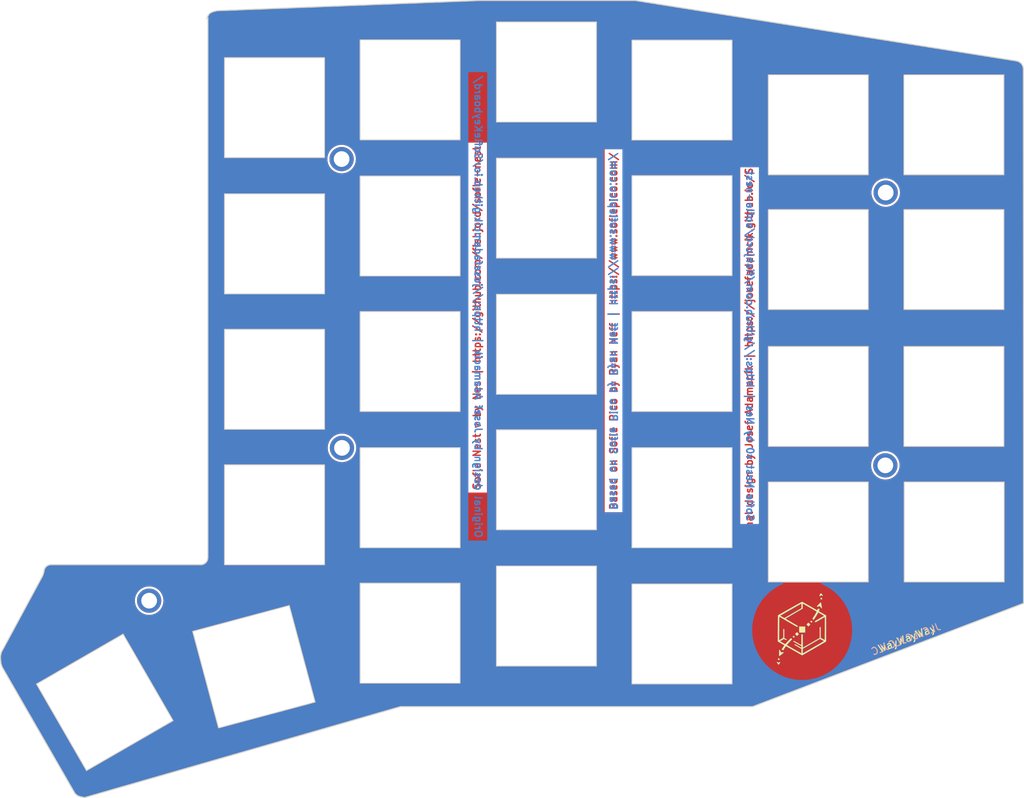
<source format=kicad_pcb>
(kicad_pcb (version 20241229) (generator "pcbnew") (generator_version "9.0")
  (layers (0 "F.Cu" signal) (2 "B.Cu" signal) (13 "F.Paste" user) (15 "B.Paste" user) (5 "F.SilkS" user "F.Silkscreen") (7 "B.SilkS" user "B.Silkscreen") (1 "F.Mask" user) (3 "B.Mask" user) (25 "Edge.Cuts" user))
  (net 0 "")
  (footprint "Sofle_Nest:keyplate_hole_M2_terminate" (layer "F.Cu") (at 206.223526 61.985002)
    (property "Reference" "TH4" (hide yes))
    (property "Value" "HOLE" (hide yes))
    (pad "" thru_hole circle (at -0.025 -0.075 90) (size 3.4 3.4) (drill 2.2) (layers "*.Cu" "*.Mask" "Dwgs.User") (clearance 0.3))
  )
  (footprint "Sofle_Nest:keyplate_hole_M2_terminate" (layer "F.Cu") (at 130.023526 97.785002)
    (property "Reference" "TH6" (hide yes))
    (property "Value" "HOLE" (hide yes))
    (pad "" thru_hole circle (at -0.025 -0.075 90) (size 3.4 3.4) (drill 2.2) (layers "*.Cu" "*.Mask" "Dwgs.User") (clearance 0.3))
  )
  (footprint "Sofle_Nest:nest_logo_b.cu" (layer "F.Cu") (at 194.49 123.26)
    (property "Reference" "Ref**" (hide yes))
    (property "Value" "Val**" (hide yes))
    (fp_poly (pts (xy 2.836333 -4.292972) (xy 2.624667 -4.292972) (xy 2.624667 -4.483472) (xy 2.836333 -4.483472) (xy 2.836333 -4.292972)) (stroke (width 0.01)) (fill yes) (layer "B.Cu"))
    (fp_poly (pts (xy -3.196801 4.010869) (xy -3.153741 4.033014) (xy -3.135352 4.078158) (xy -3.132667 4.123246) (xy -3.132667 4.216028) (xy -3.2385 4.216028) (xy -3.302356 4.213608) (xy -3.33417 4.203813) (xy -3.344084 4.182841) (xy -3.344333 4.17634) (xy -3.336186 4.086402) (xy -3.313027 4.027679) (xy -3.27678 4.004793) (xy -3.272896 4.00465) (xy -3.196801 4.010869)) (stroke (width 0.01)) (fill yes) (layer "B.Cu"))
    (fp_poly (pts (xy -1.076612 0.889193) (xy -1.039229 0.934957) (xy -1.017903 0.968671) (xy -1.016 0.975349) (xy -1.031393 0.998434) (xy -1.069965 1.034284) (xy -1.087199 1.047976) (xy -1.158398 1.102282) (xy -1.214199 1.044038) (xy -1.257424 0.988213) (xy -1.263067 0.942681) (xy -1.230403 0.896914) (xy -1.202441 0.872984) (xy -1.137223 0.821357) (xy -1.076612 0.889193)) (stroke (width 0.01)) (fill yes) (layer "B.Cu"))
    (fp_poly (pts (xy 1.352034 -1.273195) (xy 1.393448 -1.238067) (xy 1.405978 -1.225481) (xy 1.46521 -1.163656) (xy 1.407426 -1.087898) (xy 1.37133 -1.042504) (xy 1.346977 -1.015454) (xy 1.342307 -1.012139) (xy 1.323546 -1.02481) (xy 1.284308 -1.056949) (xy 1.260651 -1.077394) (xy 1.18633 -1.14265) (xy 1.24404 -1.214977) (xy 1.284125 -1.259271) (xy 1.316435 -1.284824) (xy 1.324248 -1.287305) (xy 1.352034 -1.273195)) (stroke (width 0.01)) (fill yes) (layer "B.Cu"))
    (fp_poly (pts (xy 1.185375 -0.746374) (xy 1.052493 -0.614673) (xy 0.992122 -0.555956) (xy 0.943469 -0.510722) (xy 0.913947 -0.485772) (xy 0.908934 -0.482972) (xy 0.890181 -0.496981) (xy 0.849553 -0.534286) (xy 0.79466 -0.587808) (xy 0.774287 -0.608251) (xy 0.713754 -0.674181) (xy 0.674332 -0.727083) (xy 0.661022 -0.760088) (xy 0.661626 -0.763001) (xy 0.682279 -0.790267) (xy 0.726675 -0.835676) (xy 0.785994 -0.890322) (xy 0.798499 -0.901252) (xy 0.924063 -1.01003) (xy 1.185375 -0.746374)) (stroke (width 0.01)) (fill yes) (layer "B.Cu"))
    (fp_poly (pts (xy -0.541019 0.462089) (xy -0.488189 0.5276) (xy -0.447638 0.580666) (xy -0.425585 0.61303) (xy -0.423333 0.618416) (xy -0.438881 0.636876) (xy -0.479056 0.672476) (xy -0.534158 0.717582) (xy -0.594488 0.764561) (xy -0.650345 0.80578) (xy -0.692028 0.833606) (xy -0.705539 0.840485) (xy -0.729538 0.829052) (xy -0.770039 0.791068) (xy -0.818847 0.734364) (xy -0.8255 0.725864) (xy -0.872306 0.660584) (xy -0.906295 0.604028) (xy -0.920653 0.567641) (xy -0.92075 0.565845) (xy -0.905081 0.535853) (xy -0.863557 0.489648) (xy -0.804407 0.436127) (xy -0.789727 0.424158) (xy -0.658704 0.319414) (xy -0.541019 0.462089)) (stroke (width 0.01)) (fill yes) (layer "B.Cu"))
    (fp_poly (pts (xy -3.054492 4.515757) (xy -3.03677 4.540049) (xy -3.047516 4.572277) (xy -3.054924 4.58414) (xy -3.080504 4.624192) (xy -3.120018 4.686862) (xy -3.165058 4.758811) (xy -3.166466 4.761069) (xy -3.207923 4.825084) (xy -3.241275 4.87206) (xy -3.26009 4.893015) (xy -3.261192 4.893361) (xy -3.277909 4.877258) (xy -3.313047 4.8339) (xy -3.360753 4.770714) (xy -3.394729 4.723925) (xy -3.445011 4.649956) (xy -3.482328 4.58777) (xy -3.501914 4.545749) (xy -3.50302 4.533425) (xy -3.471547 4.513838) (xy -3.418656 4.52571) (xy -3.344582 4.567625) (xy -3.261072 4.62289) (xy -3.172088 4.55745) (xy -3.114015 4.519096) (xy -3.076883 4.507189) (xy -3.054492 4.515757)) (stroke (width 0.01)) (fill yes) (layer "B.Cu"))
    (fp_poly (pts (xy 2.700165 -5.104062) (xy 2.753976 -5.055389) (xy 2.824511 -4.971224) (xy 2.837086 -4.955339) (xy 2.895379 -4.880582) (xy 2.930169 -4.832076) (xy 2.944498 -4.803095) (xy 2.941413 -4.786914) (xy 2.923957 -4.77681) (xy 2.918803 -4.774851) (xy 2.874197 -4.770898) (xy 2.819012 -4.793588) (xy 2.791066 -4.810985) (xy 2.738573 -4.843162) (xy 2.699993 -4.862228) (xy 2.691133 -4.864472) (xy 2.667723 -4.849041) (xy 2.631332 -4.810206) (xy 2.615518 -4.790389) (xy 2.568433 -4.737429) (xy 2.529304 -4.718705) (xy 2.487922 -4.730215) (xy 2.477593 -4.736349) (xy 2.465692 -4.751486) (xy 2.466726 -4.779437) (xy 2.482663 -4.827632) (xy 2.515467 -4.903497) (xy 2.53051 -4.93626) (xy 2.57825 -5.033342) (xy 2.618384 -5.093417) (xy 2.656995 -5.116864) (xy 2.700165 -5.104062)) (stroke (width 0.01)) (fill yes) (layer "B.Cu"))
    (fp_poly (pts (xy -0.014337 -0.47959) (xy 0.084667 -0.478419) (xy 0.455083 -0.472389) (xy 0.460845 -0.061179) (xy 0.462283 0.089671) (xy 0.461647 0.202774) (xy 0.458714 0.282675) (xy 0.453258 0.333922) (xy 0.445055 0.36106) (xy 0.439678 0.367122) (xy 0.41121 0.372191) (xy 0.348865 0.376311) (xy 0.261094 0.379442) (xy 0.156344 0.381543) (xy 0.043062 0.382576) (xy -0.070301 0.382501) (xy -0.175299 0.381278) (xy -0.263484 0.378869) (xy -0.326406 0.375232) (xy -0.354542 0.370843) (xy -0.364296 0.355668) (xy -0.371549 0.316334) (xy -0.37656 0.248695) (xy -0.37959 0.148607) (xy -0.3809 0.011925) (xy -0.381 -0.050416) (xy -0.380878 -0.191686) (xy -0.380084 -0.296331) (xy -0.377973 -0.370061) (xy -0.373902 -0.418584) (xy -0.367227 -0.447611) (xy -0.357304 -0.462849) (xy -0.34349 -0.470008) (xy -0.333375 -0.472724) (xy -0.297144 -0.476235) (xy -0.226573 -0.478623) (xy -0.129644 -0.479777) (xy -0.014337 -0.47959)) (stroke (width 0.01)) (fill yes) (layer "B.Cu"))
    (fp_poly (pts (xy -3.113935 2.816076) (xy -3.087075 2.846718) (xy -3.051495 2.902939) (xy -3.002647 2.990231) (xy -2.988479 3.016351) (xy -2.910417 3.160758) (xy -2.735792 3.146743) (xy -2.650223 3.140525) (xy -2.598391 3.139672) (xy -2.571888 3.145548) (xy -2.562307 3.159514) (xy -2.561167 3.175044) (xy -2.577165 3.201835) (xy -2.620724 3.248101) (xy -2.685194 3.308383) (xy -2.763922 3.377226) (xy -2.850256 3.44917) (xy -2.937545 3.51876) (xy -3.019137 3.580539) (xy -3.08838 3.629048) (xy -3.138623 3.658831) (xy -3.159125 3.665617) (xy -3.171783 3.662695) (xy -3.181193 3.650263) (xy -3.18783 3.622916) (xy -3.19217 3.575248) (xy -3.194689 3.501853) (xy -3.195862 3.397324) (xy -3.196166 3.256257) (xy -3.196167 3.244625) (xy -3.195859 3.099993) (xy -3.194625 2.992117) (xy -3.191996 2.915424) (xy -3.187506 2.864341) (xy -3.180687 2.833294) (xy -3.171072 2.816709) (xy -3.159684 2.809557) (xy -3.136622 2.80552) (xy -3.113935 2.816076)) (stroke (width 0.01)) (fill yes) (layer "B.Cu"))
    (fp_poly (pts (xy 2.677626 -3.83332) (xy 2.690514 -3.803396) (xy 2.703696 -3.749128) (xy 2.718302 -3.665393) (xy 2.735463 -3.547069) (xy 2.744752 -3.47791) (xy 2.764305 -3.328765) (xy 2.778358 -3.216382) (xy 2.787051 -3.135565) (xy 2.790522 -3.08112) (xy 2.788912 -3.047853) (xy 2.782359 -3.030568) (xy 2.771004 -3.024071) (xy 2.756958 -3.023154) (xy 2.725581 -3.041688) (xy 2.680702 -3.093832) (xy 2.628621 -3.17132) (xy 2.580203 -3.246798) (xy 2.540271 -3.293267) (xy 2.498193 -3.314099) (xy 2.443336 -3.312671) (xy 2.365065 -3.292356) (xy 2.306071 -3.273674) (xy 2.206768 -3.247473) (xy 2.137392 -3.241878) (xy 2.100723 -3.256894) (xy 2.0955 -3.273397) (xy 2.109838 -3.298144) (xy 2.148992 -3.345565) (xy 2.20717 -3.409846) (xy 2.278583 -3.485174) (xy 2.357437 -3.565734) (xy 2.437944 -3.645712) (xy 2.514311 -3.719296) (xy 2.580748 -3.780672) (xy 2.631463 -3.824025) (xy 2.660665 -3.843542) (xy 2.6639 -3.844021) (xy 2.677626 -3.83332)) (stroke (width 0.01)) (fill yes) (layer "B.Cu"))
    (fp_poly (pts (xy 0.05003 -3.930028) (xy 0.103755 -3.901052) (xy 0.186134 -3.855557) (xy 0.293141 -3.795833) (xy 0.420754 -3.724167) (xy 0.564948 -3.642849) (xy 0.7217 -3.554168) (xy 0.886984 -3.460413) (xy 1.056776 -3.363873) (xy 1.227054 -3.266837) (xy 1.393792 -3.171595) (xy 1.552966 -3.080435) (xy 1.700553 -2.995646) (xy 1.832528 -2.919517) (xy 1.944867 -2.854338) (xy 2.033546 -2.802398) (xy 2.09454 -2.765985) (xy 2.110313 -2.756262) (xy 2.136476 -2.742699) (xy 2.15516 -2.746964) (xy 2.173065 -2.776022) (xy 2.196889 -2.836837) (xy 2.202455 -2.852057) (xy 2.248034 -2.97706) (xy 2.356975 -2.944929) (xy 2.419201 -2.925663) (xy 2.462327 -2.910596) (xy 2.474047 -2.905075) (xy 2.471233 -2.882985) (xy 2.456043 -2.832488) (xy 2.431766 -2.764508) (xy 2.431713 -2.76437) (xy 2.406124 -2.694757) (xy 2.387965 -2.641199) (xy 2.38125 -2.615712) (xy 2.398868 -2.601486) (xy 2.448598 -2.569176) (xy 2.525751 -2.521626) (xy 2.625639 -2.461678) (xy 2.743574 -2.392175) (xy 2.874867 -2.31596) (xy 2.88925 -2.307676) (xy 3.39725 -2.015317) (xy 3.389693 -0.196103) (xy 3.388085 0.150252) (xy 3.386293 0.455919) (xy 3.384287 0.722539) (xy 3.382041 0.951758) (xy 3.379526 1.145217) (xy 3.376713 1.304562) (xy 3.373573 1.431436) (xy 3.37008 1.527482) (xy 3.366204 1.594344) (xy 3.361917 1.633666) (xy 3.357943 1.646649) (xy 3.334739 1.662101) (xy 3.278282 1.696498) (xy 3.191747 1.748014) (xy 3.07831 1.81482) (xy 2.941149 1.895089) (xy 2.783438 1.986992) (xy 2.608355 2.088703) (xy 2.419074 2.198393) (xy 2.218773 2.314234) (xy 2.010626 2.434399) (xy 1.797811 2.55706) (xy 1.583504 2.68039) (xy 1.37088 2.80256) (xy 1.163115 2.921742) (xy 0.963386 3.03611) (xy 0.774869 3.143834) (xy 0.600739 3.243088) (xy 0.444174 3.332043) (xy 0.308348 3.408872) (xy 0.196439 3.471748) (xy 0.111622 3.518841) (xy 0.057072 3.548325) (xy 0.03598 3.558373) (xy 0.013506 3.547886) (xy -0.042446 3.518183) (xy -0.128618 3.471085) (xy -0.24175 3.408412) (xy -0.378584 3.331984) (xy -0.421396 3.307931) (xy 0.125914 3.307931) (xy 0.174082 3.282626) (xy 0.1997 3.268228) (xy 0.259066 3.23432) (xy 0.349273 3.182575) (xy 0.467418 3.114665) (xy 0.610596 3.032264) (xy 0.7759 2.937043) (xy 0.960427 2.830677) (xy 1.161271 2.714838) (xy 1.375528 2.591198) (xy 1.600292 2.461431) (xy 1.651 2.432146) (xy 1.876777 2.301749) (xy 2.092 2.177449) (xy 2.293845 2.060878) (xy 2.479488 1.953665) (xy 2.646106 1.857441) (xy 2.790875 1.773838) (xy 2.910971 1.704485) (xy 3.003571 1.651013) (xy 3.06585 1.615054) (xy 3.094986 1.598238) (xy 3.096746 1.597224) (xy 3.087519 1.583589) (xy 3.047799 1.555125) (xy 2.984977 1.515903) (xy 2.90644 1.469992) (xy 2.819578 1.421462) (xy 2.731779 1.374383) (xy 2.650432 1.332825) (xy 2.582926 1.300858) (xy 2.536649 1.282552) (xy 2.520893 1.280032) (xy 2.497091 1.292012) (xy 2.439835 1.323396) (xy 2.352306 1.372375) (xy 2.237684 1.43714) (xy 2.099151 1.515881) (xy 1.939888 1.606789) (xy 1.763075 1.708055) (xy 1.571893 1.817871) (xy 1.369523 1.934426) (xy 1.312333 1.967419) (xy 0.137583 2.645389) (xy 0.131749 2.97666) (xy 0.125914 3.307931) (xy -0.421396 3.307931) (xy -0.535862 3.243622) (xy -0.710324 3.145145) (xy -0.898711 3.038374) (xy -1.097765 2.925129) (xy -1.100667 2.923475) (xy -1.299487 2.810275) (xy -1.487365 2.703551) (xy -1.661083 2.605115) (xy -1.817424 2.516778) (xy -1.95317 2.440351) (xy -2.065105 2.377645) (xy -2.150011 2.330472) (xy -2.20467 2.300643) (xy -2.225867 2.289969) (xy -2.225934 2.289963) (xy -2.24563 2.306736) (xy -2.282646 2.352513) (xy -2.332059 2.420277) (xy -2.38895 2.503013) (xy -2.448398 2.593702) (xy -2.505483 2.685329) (xy -2.519011 2.707903) (xy -2.560905 2.777598) (xy -2.593811 2.830755) (xy -2.612476 2.858945) (xy -2.614717 2.861361) (xy -2.635381 2.853616) (xy -2.680659 2.834461) (xy -2.736633 2.810014) (xy -2.789382 2.786393) (xy -2.824989 2.769717) (xy -2.832147 2.765789) (xy -2.824187 2.746827) (xy -2.797058 2.700243) (xy -2.75549 2.633355) (xy -2.704213 2.553484) (xy -2.647959 2.467947) (xy -2.591457 2.384063) (xy -2.539439 2.309152) (xy -2.515184 2.275423) (xy -2.434955 2.165736) (xy -2.894936 1.902504) (xy -3.354917 1.639273) (xy -3.360334 0.902145) (xy -3.191482 0.902145) (xy -3.191234 1.020823) (xy -3.190678 1.084712) (xy -3.185583 1.45648) (xy -2.894542 1.286712) (xy -2.6035 1.116943) (xy -2.6035 -0.123139) (xy -2.4765 -0.123139) (xy -2.4765 1.143156) (xy -2.307167 1.240827) (xy -2.233147 1.285197) (xy -2.175544 1.322916) (xy -2.142548 1.348457) (xy -2.137833 1.355051) (xy -2.149107 1.383586) (xy -2.166603 1.410947) (xy -2.182788 1.428863) (xy -2.202681 1.433967) (xy -2.234929 1.423916) (xy -2.288177 1.396368) (xy -2.349636 1.361351) (xy -2.421509 1.321439) (xy -2.479024 1.292346) (xy -2.512829 1.278695) (xy -2.517342 1.278428) (xy -2.539537 1.290602) (xy -2.591566 1.320054) (xy -2.666604 1.362893) (xy -2.757823 1.41523) (xy -2.800728 1.439919) (xy -3.070671 1.595395) (xy -2.698406 1.806779) (xy -2.32614 2.018163) (xy -2.237361 1.915887) (xy -2.189522 1.862047) (xy -2.123691 1.789726) (xy -2.044843 1.704213) (xy -1.957954 1.610792) (xy -1.867997 1.514752) (xy -1.779947 1.421379) (xy -1.69878 1.335959) (xy -1.62947 1.26378) (xy -1.576992 1.210127) (xy -1.54632 1.180289) (xy -1.54139 1.176277) (xy -1.515307 1.182212) (xy -1.472456 1.212193) (xy -1.44271 1.23944) (xy -1.365981 1.316169) (xy -1.57954 1.53314) (xy -1.677209 1.634109) (xy -1.774063 1.737365) (xy -1.86595 1.838145) (xy -1.948719 1.931687) (xy -2.01822 2.013228) (xy -2.070301 2.078006) (xy -2.100811 2.121258) (xy -2.106517 2.137733) (xy -2.086543 2.149972) (xy -2.033117 2.181153) (xy -1.949616 2.229343) (xy -1.839415 2.29261) (xy -1.705892 2.369019) (xy -1.552423 2.456638) (xy -1.382383 2.553534) (xy -1.19915 2.657773) (xy -1.08477 2.72276) (xy -0.074083 3.296727) (xy -0.068203 2.99043) (xy -0.06679 2.859169) (xy -0.068584 2.765121) (xy -0.073905 2.703266) (xy -0.083076 2.668582) (xy -0.08937 2.659709) (xy -0.114663 2.642768) (xy -0.171416 2.608096) (xy -0.254273 2.558858) (xy -0.357876 2.498217) (xy -0.476867 2.429336) (xy -0.5715 2.375021) (xy -0.696931 2.303218) (xy -0.809669 2.23855) (xy -0.904671 2.18392) (xy -0.976892 2.142233) (xy -1.021288 2.116393) (xy -1.033342 2.10912) (xy -1.030423 2.088616) (xy -1.009202 2.055293) (xy -0.981974 2.02559) (xy -0.963284 2.015465) (xy -0.939641 2.025879) (xy -0.884807 2.054694) (xy -0.804136 2.098949) (xy -0.702984 2.15568) (xy -0.586706 2.221927) (xy -0.508 2.267271) (xy -0.074083 2.518305) (xy -0.06759 2.399192) (xy -0.066824 2.333404) (xy -0.071617 2.287638) (xy -0.078173 2.274099) (xy -0.108672 2.25936) (xy -0.168548 2.227062) (xy -0.252319 2.180387) (xy -0.354505 2.12252) (xy -0.469625 2.056645) (xy -0.592199 1.985947) (xy -0.716746 1.913608) (xy -0.837785 1.842814) (xy -0.949835 1.776749) (xy -1.047415 1.718596) (xy -1.125046 1.67154) (xy -1.177246 1.638765) (xy -1.198534 1.623455) (xy -1.198735 1.62309) (xy -1.192297 1.591098) (xy -1.176111 1.563698) (xy -1.165684 1.553836) (xy -1.150289 1.550154) (xy -1.12581 1.554595) (xy -1.088129 1.569099) (xy -1.03313 1.595608) (xy -0.956694 1.636064) (xy -0.854704 1.69241) (xy -0.723044 1.766585) (xy -0.610619 1.830387) (xy -0.074083 2.135323) (xy -0.062963 0.636453) (xy 0.026727 0.642949) (xy 0.116417 0.649444) (xy 0.127 1.5748) (xy 0.137583 2.500155) (xy 1.317625 1.820238) (xy 2.497667 1.140322) (xy 2.497667 -0.377139) (xy 2.624667 -0.377139) (xy 2.624667 1.101167) (xy 2.921 1.270902) (xy 3.217333 1.440636) (xy 3.217333 -1.815045) (xy 2.989792 -1.682074) (xy 2.756526 -1.545817) (xy 2.557429 -1.429655) (xy 2.390168 -1.332241) (xy 2.252408 -1.252228) (xy 2.141817 -1.188268) (xy 2.056062 -1.139014) (xy 1.99281 -1.10312) (xy 1.949728 -1.079237) (xy 1.924483 -1.066019) (xy 1.917393 -1.062822) (xy 1.886703 -1.069433) (xy 1.854554 -1.114868) (xy 1.848913 -1.126265) (xy 1.828165 -1.175679) (xy 1.820727 -1.206002) (xy 1.821831 -1.209295) (xy 1.841664 -1.221243) (xy 1.893817 -1.251876) (xy 1.973968 -1.298677) (xy 2.077796 -1.359129) (xy 2.20098 -1.430716) (xy 2.339197 -1.51092) (xy 2.44475 -1.5721) (xy 2.592018 -1.657686) (xy 2.728094 -1.737278) (xy 2.848498 -1.808218) (xy 2.948751 -1.867845) (xy 3.024374 -1.913501) (xy 3.070887 -1.942525) (xy 3.083673 -1.95147) (xy 3.082952 -1.965133) (xy 3.059107 -1.988852) (xy 3.009126 -2.024661) (xy 2.929997 -2.07459) (xy 2.818706 -2.140672) (xy 2.711081 -2.202764) (xy 2.593897 -2.269528) (xy 2.489342 -2.32855) (xy 2.402894 -2.376785) (xy 2.340028 -2.411186) (xy 2.306221 -2.428706) (xy 2.302084 -2.430306) (xy 2.287671 -2.413065) (xy 2.257491 -2.366424) (xy 2.216307 -2.298001) (xy 2.179667 -2.234514) (xy 2.122908 -2.136913) (xy 2.057184 -2.027825) (xy 1.986157 -1.912907) (xy 1.913489 -1.797813) (xy 1.842841 -1.688199) (xy 1.777876 -1.58972) (xy 1.722257 -1.508032) (xy 1.679644 -1.44879) (xy 1.653701 -1.417649) (xy 1.648549 -1.414306) (xy 1.622919 -1.427549) (xy 1.579099 -1.461308) (xy 1.551208 -1.485791) (xy 1.473205 -1.557275) (xy 1.655001 -1.829749) (xy 1.7223 -1.932997) (xy 1.792693 -2.045105) (xy 1.862506 -2.159756) (xy 1.928066 -2.270634) (xy 1.9857 -2.371421) (xy 2.031734 -2.455801) (xy 2.062493 -2.517456) (xy 2.074306 -2.55007) (xy 2.074333 -2.550812) (xy 2.056521 -2.564522) (xy 2.005383 -2.597155) (xy 1.924369 -2.646663) (xy 1.816928 -2.710998) (xy 1.686509 -2.788114) (xy 1.536561 -2.875962) (xy 1.370533 -2.972496) (xy 1.191875 -3.075667) (xy 1.137708 -3.106815) (xy 0.954186 -3.2123) (xy 0.780676 -3.312137) (xy 0.620861 -3.404198) (xy 0.478425 -3.486356) (xy 0.35705 -3.556485) (xy 0.26042 -3.612458) (xy 0.192217 -3.65215) (xy 0.156125 -3.673433) (xy 0.15254 -3.675635) (xy 0.103998 -3.706377) (xy 0.107105 -3.3488) (xy 0.110213 -2.991222) (xy -1.09914 -2.28234) (xy -1.340736 -2.140591) (xy -1.548129 -2.018558) (xy -1.72374 -1.91472) (xy -1.869989 -1.827556) (xy -1.989295 -1.755548) (xy -2.084079 -1.697174) (xy -2.156759 -1.650914) (xy -2.209757 -1.615249) (xy -2.245491 -1.588658) (xy -2.266382 -1.569621) (xy -2.27485 -1.556619) (xy -2.273315 -1.548131) (xy -2.271123 -1.546132) (xy -2.245507 -1.530099) (xy -2.187128 -1.495132) (xy -2.099865 -1.443508) (xy -1.987593 -1.377502) (xy -1.854189 -1.299387) (xy -1.703529 -1.211441) (xy -1.539489 -1.115937) (xy -1.407919 -1.039504) (xy -1.237589 -0.940611) (xy -1.078732 -0.848308) (xy -0.935048 -0.764752) (xy -0.81024 -0.692098) (xy -0.708009 -0.632502) (xy -0.632056 -0.58812) (xy -0.586084 -0.561109) (xy -0.573391 -0.553463) (xy -0.576705 -0.532931) (xy -0.594863 -0.492012) (xy -0.61977 -0.445902) (xy -0.643331 -0.409794) (xy -0.656041 -0.398306) (xy -0.675789 -0.408681) (xy -0.729107 -0.438653) (xy -0.812997 -0.486494) (xy -0.92446 -0.550473) (xy -1.060497 -0.62886) (xy -1.218109 -0.719928) (xy -1.394299 -0.821945) (xy -1.586067 -0.933184) (xy -1.790414 -1.051913) (xy -1.915936 -1.124934) (xy -3.164417 -1.851563) (xy -3.180095 -0.569309) (xy -3.182896 -0.326779) (xy -3.18536 -0.086374) (xy -3.187455 0.146716) (xy -3.189149 0.367302) (xy -3.190406 0.570195) (xy -3.191195 0.750206) (xy -3.191482 0.902145) (xy -3.360334 0.902145) (xy -3.361588 0.731608) (xy -3.362748 0.492958) (xy -3.363035 0.224145) (xy -3.362501 -0.062668) (xy -3.361197 -0.355323) (xy -3.359175 -0.641656) (xy -3.356485 -0.909508) (xy -3.35381 -1.107389) (xy -3.339998 -1.997626) (xy -3.042943 -1.997626) (xy -3.028029 -1.98574) (xy -2.983648 -1.957245) (xy -2.917136 -1.916453) (xy -2.835829 -1.867676) (xy -2.747062 -1.815226) (xy -2.658171 -1.763414) (xy -2.576493 -1.716552) (xy -2.509363 -1.678952) (xy -2.464118 -1.654924) (xy -2.448719 -1.648377) (xy -2.427949 -1.658585) (xy -2.373772 -1.68846) (xy -2.289282 -1.736219) (xy -2.177571 -1.800082) (xy -2.041731 -1.878266) (xy -1.884855 -1.96899) (xy -1.710034 -2.070474) (xy -1.520362 -2.180935) (xy -1.31893 -2.298592) (xy -1.247579 -2.340347) (xy -0.063637 -3.033556) (xy -0.063569 -3.358612) (xy -0.064305 -3.487381) (xy -0.066842 -3.578561) (xy -0.071577 -3.63687) (xy -0.078906 -3.667028) (xy -0.089226 -3.673757) (xy -0.090046 -3.673482) (xy -0.111246 -3.66205) (xy -0.165746 -3.631663) (xy -0.250164 -3.584238) (xy -0.361119 -3.521694) (xy -0.495232 -3.44595) (xy -0.64912 -3.358925) (xy -0.819403 -3.262538) (xy -1.002701 -3.158706) (xy -1.195632 -3.049349) (xy -1.394817 -2.936386) (xy -1.596874 -2.821734) (xy -1.798422 -2.707313) (xy -1.996081 -2.595042) (xy -2.186471 -2.486838) (xy -2.366209 -2.384621) (xy -2.531916 -2.29031) (xy -2.680211 -2.205823) (xy -2.807713 -2.133078) (xy -2.911041 -2.073995) (xy -2.986815 -2.030492) (xy -3.031653 -2.004488) (xy -3.042943 -1.997626) (xy -3.339998 -1.997626) (xy -3.33936 -2.038722) (xy -1.667578 -2.989459) (xy -1.422469 -3.128699) (xy -1.187643 -3.261803) (xy -0.965733 -3.387294) (xy -0.759372 -3.503697) (xy -0.571191 -3.609538) (xy -0.403824 -3.703341) (xy -0.259901 -3.78363) (xy -0.142057 -3.848932) (xy -0.052923 -3.89777) (xy 0.004869 -3.928669) (xy 0.028686 -3.940155) (xy 0.028983 -3.940195) (xy 0.05003 -3.930028)) (stroke (width 0.01)) (fill yes) (layer "B.Cu"))
    (zone (net 0) (net_name "") (layer "B.Cu") (connect_pads (clearance 0)) (min_thickness 0.25)
      (keepout (tracks allowed) (vias allowed) (pads allowed) (copperpour not_allowed) (footprints allowed))
      (fill (thermal_gap 0.5) (thermal_bridge_width 0.5))
      (polygon (pts (arc (start 187.49 123.26) (mid 201.49 123.26) (end 187.49 123.26))))
    )
  )
  (footprint "Sofle_Nest:keyplate_hole_M2_terminate" (layer "F.Cu") (at 102.998526 119.210002)
    (property "Reference" "TH7" (hide yes))
    (property "Value" "HOLE" (hide yes))
    (pad "" thru_hole circle (at -0.025 -0.075 90) (size 3.4 3.4) (drill 2.2) (layers "*.Cu" "*.Mask" "Dwgs.User") (clearance 0.3))
  )
  (footprint "Sofle_Nest:keyplate_hole_M2_terminate" (layer "F.Cu") (at 206.173526 100.235002)
    (property "Reference" "TH5" (hide yes))
    (property "Value" "HOLE" (hide yes))
    (pad "" thru_hole circle (at -0.025 -0.075 90) (size 3.4 3.4) (drill 2.2) (layers "*.Cu" "*.Mask" "Dwgs.User") (clearance 0.3))
  )
  (footprint "Sofle_Nest:keyplate_hole_M2_terminate" (layer "F.Cu") (at 129.973526 57.285002)
    (property "Reference" "TH3" (hide yes))
    (property "Value" "HOLE" (hide yes))
    (pad "" thru_hole circle (at -0.025 -0.075 90) (size 3.4 3.4) (drill 2.2) (layers "*.Cu" "*.Mask" "Dwgs.User") (clearance 0.3))
  )
  (footprint "Sofle_Nest:nest_logo" (layer "F.Cu") (at 194.51 123.29)
    (property "Reference" "Ref**" (hide yes))
    (property "Value" "Val**" (hide yes))
  )
  (gr_poly (pts (xy 222.75 78.300003) (xy 208.75 78.300003) (xy 208.75 64.300003) (xy 222.75 64.300003)) (stroke (width 0.119999)) (fill no) (layer "Edge.Cuts"))
  (gr_poly (pts (xy 146.550003 73.599998) (xy 132.550003 73.599998) (xy 132.550003 59.599998) (xy 146.550003 59.599998)) (stroke (width 0.119999)) (fill no) (layer "Edge.Cuts"))
  (gr_poly (pts (xy 165.649994 109.190002) (xy 151.649994 109.190002) (xy 151.649994 95.190002) (xy 165.649994 95.190002)) (stroke (width 0.119999)) (fill no) (layer "Edge.Cuts"))
  (gr_poly (pts (xy 184.649994 92.599998) (xy 170.649994 92.599998) (xy 170.649994 78.599998) (xy 184.649994 78.599998)) (stroke (width 0.119999)) (fill no) (layer "Edge.Cuts"))
  (gr_poly (pts (xy 222.75 97.5) (xy 208.75 97.5) (xy 208.75 83.5) (xy 222.75 83.5)) (stroke (width 0.119999)) (fill no) (layer "Edge.Cuts"))
  (gr_poly (pts (xy 127.550003 76.099998) (xy 113.550003 76.099998) (xy 113.550003 62.099998) (xy 127.550003 62.099998)) (stroke (width 0.119999)) (fill no) (layer "Edge.Cuts"))
  (gr_poly (pts (xy 146.550003 130.699997) (xy 132.550003 130.699997) (xy 132.550003 116.699997) (xy 146.550003 116.699997)) (stroke (width 0.119999)) (fill no) (layer "Edge.Cuts"))
  (gr_poly (pts (xy 184.649994 130.800003) (xy 170.649994 130.800003) (xy 170.649994 116.800003) (xy 184.649994 116.800003)) (stroke (width 0.119999)) (fill no) (layer "Edge.Cuts"))
  (gr_poly (pts (xy 203.75 78.300003) (xy 189.75 78.300003) (xy 189.75 64.300003) (xy 203.75 64.300003)) (stroke (width 0.119999)) (fill no) (layer "Edge.Cuts"))
  (gr_poly (pts (xy 165.649994 71.089996) (xy 151.649994 71.089996) (xy 151.649994 57.09) (xy 165.649994 57.09)) (stroke (width 0.119999)) (fill no) (layer "Edge.Cuts"))
  (gr_poly (pts (xy 203.75 97.5) (xy 189.75 97.5) (xy 189.75 83.5) (xy 203.75 83.5)) (stroke (width 0.119999)) (fill no) (layer "Edge.Cuts"))
  (gr_poly (pts (xy 222.75 59.400002) (xy 208.75 59.400002) (xy 208.75 45.400002) (xy 222.75 45.400002)) (stroke (width 0.119999)) (fill no) (layer "Edge.Cuts"))
  (gr_poly (pts (xy 165.649994 90.190002) (xy 151.649994 90.190002) (xy 151.649994 76.190002) (xy 165.649994 76.190002)) (stroke (width 0.119999)) (fill no) (layer "Edge.Cuts"))
  (gr_poly (pts (xy 106.320396 135.957397) (xy 94.195999 142.957397) (xy 87.195999 130.832993) (xy 99.320396 123.833)) (stroke (width 0.119999)) (fill no) (layer "Edge.Cuts"))
  (gr_poly (pts (xy 146.550003 111.699997) (xy 132.550003 111.699997) (xy 132.550003 97.699997) (xy 146.550003 97.699997)) (stroke (width 0.119999)) (fill no) (layer "Edge.Cuts"))
  (gr_poly (pts (xy 146.550003 54.5) (xy 132.550003 54.5) (xy 132.550003 40.5) (xy 146.550003 40.5)) (stroke (width 0.119999)) (fill no) (layer "Edge.Cuts"))
  (gr_poly (pts (xy 222.800003 116.5) (xy 208.800003 116.5) (xy 208.800003 102.5) (xy 222.800003 102.5)) (stroke (width 0.119999)) (fill no) (layer "Edge.Cuts"))
  (gr_poly (pts (xy 165.649994 128.289993) (xy 151.649994 128.289993) (xy 151.649994 114.290001) (xy 165.649994 114.290001)) (stroke (width 0.119999)) (fill no) (layer "Edge.Cuts"))
  (gr_poly (pts (xy 127.550003 114.099998) (xy 113.550003 114.099998) (xy 113.550003 100.099998) (xy 127.550003 100.099998)) (stroke (width 0.119999)) (fill no) (layer "Edge.Cuts"))
  (gr_poly (pts (xy 89.233447 114.088639) (xy 89.190545 114.089059) (xy 89.105056 114.096407) (xy 89.020511 114.111054) (xy 88.937533 114.13289) (xy 88.85673 114.161757) (xy 88.778698 114.197441) (xy 88.704011 114.23968) (xy 88.633217 114.288163) (xy 88.566839 114.342534) (xy 88.505363 114.402393) (xy 88.449242 114.467299) (xy 88.39889 114.536775) (xy 88.354675 114.61031) (xy 88.316924 114.687363) (xy 88.285915 114.767368) (xy 88.261874 114.849735) (xy 88.24498 114.93386) (xy 88.239761 114.976445) (xy 88.19 115.24) (xy 88.045898 115.650002) (xy 82.245903 126.400002) (xy 82.145897 126.900002) (xy 82.145897 127.300003) (xy 82.1959 127.900002) (xy 82.345902 128.399994) (xy 92.595901 146.199997) (xy 92.9459 146.5) (xy 93.395897 146.649994) (xy 93.9459 146.75) (xy 138.199997 134) (xy 138.210007 134) (xy 187.548492 134) (xy 225.518707 119.510002) (xy 225.491699 44.5919) (xy 225.4729 44.383999) (xy 225.477005 44.384602) (xy 225.422897 44.188702) (xy 225.423202 44.188702) (xy 225.336807 44.007801) (xy 225.337799 44.001099) (xy 225.222199 43.838902) (xy 225.220795 43.84) (xy 225.079102 43.700001) (xy 225.075104 43.697102) (xy 224.9104 43.582901) (xy 224.912399 43.582298) (xy 224.7276 43.4977) (xy 224.725601 43.4958) (xy 224.523895 43.444199) (xy 171.169998 34.977901) (xy 148.992905 34.977901) (xy 112.449997 36.405399) (xy 112.449997 36.41) (xy 112.050003 36.509998) (xy 111.75 36.610001) (xy 111.550003 36.709999) (xy 111.349998 36.91) (xy 111.150002 37.209999) (xy 111.050003 37.555) (xy 111.2 37.339252) (xy 111.2 113.09) (xy 111.199596 113.135998) (xy 111.191493 113.227695) (xy 111.174999 113.318195) (xy 111.150295 113.406895) (xy 111.117397 113.492901) (xy 111.0769 113.575497) (xy 111.028896 113.654095) (xy 110.973895 113.727894) (xy 110.912296 113.796299) (xy 110.844699 113.858799) (xy 110.771694 113.914799) (xy 110.693797 113.963894) (xy 110.611697 114.005596) (xy 110.526195 114.0396) (xy 110.4379 114.065495) (xy 110.347499 114.083294) (xy 110.256 114.092693) (xy 110.209995 114.093594) (xy 110.209995 114.088639)) (stroke (width 0.15)) (fill no) (layer "Edge.Cuts"))
  (gr_poly (pts (xy 127.550003 95.099998) (xy 113.550003 95.099998) (xy 113.550003 81.099998) (xy 127.550003 81.099998)) (stroke (width 0.119999)) (fill no) (layer "Edge.Cuts"))
  (gr_poly (pts (xy 184.649994 54.540001) (xy 170.649994 54.540001) (xy 170.649994 40.540001) (xy 184.649994 40.540001)) (stroke (width 0.119999)) (fill no) (layer "Edge.Cuts"))
  (gr_poly (pts (xy 126.226898 133.348999) (xy 112.703903 136.972504) (xy 109.080399 123.449501) (xy 122.603401 119.826103)) (stroke (width 0.119999)) (fill no) (layer "Edge.Cuts"))
  (gr_poly (pts (xy 127.550003 57) (xy 113.550003 57) (xy 113.550003 43) (xy 127.550003 43)) (stroke (width 0.119999)) (fill no) (layer "Edge.Cuts"))
  (gr_poly (pts (xy 165.649994 52) (xy 151.649994 52) (xy 151.649994 38) (xy 165.649994 38)) (stroke (width 0.119999)) (fill no) (layer "Edge.Cuts"))
  (gr_poly (pts (xy 146.550003 92.599998) (xy 132.550003 92.599998) (xy 132.550003 78.599998) (xy 146.550003 78.599998)) (stroke (width 0.119999)) (fill no) (layer "Edge.Cuts"))
  (gr_poly (pts (xy 203.75 116.5) (xy 189.75 116.5) (xy 189.75 102.5) (xy 203.75 102.5)) (stroke (width 0.119999)) (fill no) (layer "Edge.Cuts"))
  (gr_poly (pts (xy 203.75 59.400002) (xy 189.75 59.400002) (xy 189.75 45.400002) (xy 203.75 45.400002)) (stroke (width 0.119999)) (fill no) (layer "Edge.Cuts"))
  (gr_poly (pts (xy 184.649994 73.540001) (xy 170.649994 73.540001) (xy 170.649994 59.540001) (xy 184.649994 59.540001)) (stroke (width 0.119999)) (fill no) (layer "Edge.Cuts"))
  (gr_poly (pts (xy 184.649994 111.699997) (xy 170.649994 111.699997) (xy 170.649994 97.699997) (xy 184.649994 97.699997)) (stroke (width 0.119999)) (fill no) (layer "Edge.Cuts"))
  (gr_text "Sofle Nest v${REVISION} by Nes | https://github.com/fishjord/sofle-nest" (at 148.92 79.49 90) (layer "F.Cu") (effects (font (size 1 1) (thickness 0.2))))
  (gr_text "Original design by Josef Adamacik | https://josefadamcik.github.io/SofleKeyboard/" (at 187.06 80.08 90) (layer "F.Cu") (effects (font (size 1 1) (thickness 0.2))))
  (gr_text "Based on Sofle Pico by Ryan Neff | https://www.soflepico.com/ " (at 168.06 80.97 90) (layer "F.Cu") (effects (font (size 1 1) (thickness 0.2))))
  (gr_text "Sofle Nest v0 by Nes | https://github.com/fishjord/sofle-nest" (at 187.18 83.42 270) (layer "B.Cu") (effects (font (size 1 1) (thickness 0.2)) (justify mirror)))
  (gr_text "Based on Sofle Pico by Ryan Neff | https://www.soflepico.com/ " (at 168.05 80.98 -90) (layer "B.Cu") (effects (font (size 1 1) (thickness 0.2)) (justify mirror)))
  (gr_text "Original design by Josef Adamacik | https://josefadamcik.github.io/SofleKeyboard/" (at 149.1 77.91 -90) (layer "B.Cu") (effects (font (size 1 1) (thickness 0.2)) (justify mirror)))
  (gr_text "WayWayWay" (at 205.33 126.52 20.9) (layer "F.SilkS") (effects (font (size 1 1)) (justify left bottom)))
  (gr_text "JLCJLCJLCJLC" (at 214.14 123.21 20.9) (layer "B.SilkS") (effects (font (size 1 1)) (justify left bottom mirror)))
  (zone (net 0) (net_name "") (layer "F.Cu") (connect_pads (clearance 0.5)) (min_thickness 0.25) (fill yes (thermal_gap 0.5) (thermal_bridge_width 0.5) (island_removal_mode 1) (island_area_min 10))
    (polygon (pts (xy 89.233447 114.088639) (xy 89.190545 114.089059) (xy 89.105056 114.096407) (xy 89.020511 114.111054) (xy 88.937533 114.13289) (xy 88.85673 114.161757) (xy 88.778698 114.197441) (xy 88.704011 114.23968) (xy 88.633217 114.288163) (xy 88.566839 114.342534) (xy 88.505363 114.402393) (xy 88.449242 114.467299) (xy 88.39889 114.536775) (xy 88.354675 114.61031) (xy 88.316924 114.687363) (xy 88.285915 114.767368) (xy 88.261874 114.849735) (xy 88.24498 114.93386) (xy 88.239761 114.976445) (xy 88.19 115.24) (xy 88.045898 115.650002) (xy 82.245903 126.400002) (xy 82.145897 126.900002) (xy 82.145897 127.300003) (xy 82.1959 127.900002) (xy 82.345902 128.399994) (xy 92.595901 146.199997) (xy 92.9459 146.5) (xy 93.395897 146.649994) (xy 93.9459 146.75) (xy 138.199997 134) (xy 138.210007 134) (xy 187.548492 134) (xy 225.518707 119.510002) (xy 225.491699 44.5919) (xy 225.4729 44.383999) (xy 225.477005 44.384602) (xy 225.422897 44.188702) (xy 225.423202 44.188702) (xy 225.336807 44.007801) (xy 225.337799 44.001099) (xy 225.222199 43.838902) (xy 225.220795 43.84) (xy 225.079102 43.700001) (xy 225.075104 43.697102) (xy 224.9104 43.582901) (xy 224.912399 43.582298) (xy 224.7276 43.4977) (xy 224.725601 43.4958) (xy 224.523895 43.444199) (xy 171.169998 34.977901) (xy 148.992905 34.977901) (xy 112.449997 36.405399) (xy 112.449997 36.41) (xy 112.050003 36.509998) (xy 111.75 36.610001) (xy 111.550003 36.709999) (xy 111.349998 36.91) (xy 111.150002 37.209999) (xy 111.050003 37.555) (xy 111.2 37.339252) (xy 111.2 113.09) (xy 111.199596 113.135998) (xy 111.191493 113.227695) (xy 111.174999 113.318195) (xy 111.150295 113.406895) (xy 111.117397 113.492901) (xy 111.0769 113.575497) (xy 111.028896 113.654095) (xy 110.973895 113.727894) (xy 110.912296 113.796299) (xy 110.844699 113.858799) (xy 110.771694 113.914799) (xy 110.693797 113.963894) (xy 110.611697 114.005596) (xy 110.526195 114.0396) (xy 110.4379 114.065495) (xy 110.347499 114.083294) (xy 110.256 114.092693) (xy 110.209995 114.093594) (xy 110.209995 114.088639)))
  )
  (zone (net 0) (net_name "") (layer "B.Cu") (connect_pads (clearance 0.5)) (min_thickness 0.25) (fill yes (thermal_gap 0.5) (thermal_bridge_width 0.5) (island_removal_mode 1) (island_area_min 10))
    (polygon (pts (xy 89.233447 114.088639) (xy 89.190545 114.089059) (xy 89.105056 114.096407) (xy 89.020511 114.111054) (xy 88.937533 114.13289) (xy 88.85673 114.161757) (xy 88.778698 114.197441) (xy 88.704011 114.23968) (xy 88.633217 114.288163) (xy 88.566839 114.342534) (xy 88.505363 114.402393) (xy 88.449242 114.467299) (xy 88.39889 114.536775) (xy 88.354675 114.61031) (xy 88.316924 114.687363) (xy 88.285915 114.767368) (xy 88.261874 114.849735) (xy 88.24498 114.93386) (xy 88.239761 114.976445) (xy 88.19 115.24) (xy 88.045898 115.650002) (xy 82.245903 126.400002) (xy 82.145897 126.900002) (xy 82.145897 127.300003) (xy 82.1959 127.900002) (xy 82.345902 128.399994) (xy 92.595901 146.199997) (xy 92.9459 146.5) (xy 93.395897 146.649994) (xy 93.9459 146.75) (xy 138.199997 134) (xy 138.210007 134) (xy 187.548492 134) (xy 225.518707 119.510002) (xy 225.491699 44.5919) (xy 225.4729 44.383999) (xy 225.477005 44.384602) (xy 225.422897 44.188702) (xy 225.423202 44.188702) (xy 225.336807 44.007801) (xy 225.337799 44.001099) (xy 225.222199 43.838902) (xy 225.220795 43.84) (xy 225.079102 43.700001) (xy 225.075104 43.697102) (xy 224.9104 43.582901) (xy 224.912399 43.582298) (xy 224.7276 43.4977) (xy 224.725601 43.4958) (xy 224.523895 43.444199) (xy 171.169998 34.977901) (xy 148.992905 34.977901) (xy 112.449997 36.405399) (xy 112.449997 36.41) (xy 112.050003 36.509998) (xy 111.75 36.610001) (xy 111.550003 36.709999) (xy 111.349998 36.91) (xy 111.150002 37.209999) (xy 111.050003 37.555) (xy 111.2 37.339252) (xy 111.2 113.09) (xy 111.199596 113.135998) (xy 111.191493 113.227695) (xy 111.174999 113.318195) (xy 111.150295 113.406895) (xy 111.117397 113.492901) (xy 111.0769 113.575497) (xy 111.028896 113.654095) (xy 110.973895 113.727894) (xy 110.912296 113.796299) (xy 110.844699 113.858799) (xy 110.771694 113.914799) (xy 110.693797 113.963894) (xy 110.611697 114.005596) (xy 110.526195 114.0396) (xy 110.4379 114.065495) (xy 110.347499 114.083294) (xy 110.256 114.092693) (xy 110.209995 114.093594) (xy 110.209995 114.088639)))
  )
)
</source>
